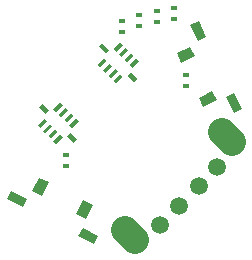
<source format=gbs>
G04 (created by PCBNEW (2013-jul-07)-stable) date Wed 30 Dec 2015 07:31:02 PM CST*
%MOIN*%
G04 Gerber Fmt 3.4, Leading zero omitted, Abs format*
%FSLAX34Y34*%
G01*
G70*
G90*
G04 APERTURE LIST*
%ADD10C,0.00590551*%
%ADD11R,0.0236X0.0157*%
%ADD12C,0.0590551*%
%ADD13C,0.0944882*%
G04 APERTURE END LIST*
G54D10*
G54D11*
X72047Y-13326D03*
X72047Y-12972D03*
X68051Y-15984D03*
X68051Y-15630D03*
G54D10*
G36*
X71745Y-12236D02*
X72192Y-12013D01*
X72350Y-12330D01*
X71903Y-12553D01*
X71745Y-12236D01*
X71745Y-12236D01*
G37*
G36*
X72483Y-13716D02*
X72930Y-13493D01*
X73088Y-13810D01*
X72641Y-14033D01*
X72483Y-13716D01*
X72483Y-13716D01*
G37*
G36*
X73393Y-13702D02*
X73675Y-13561D01*
X73938Y-14090D01*
X73656Y-14230D01*
X73393Y-13702D01*
X73393Y-13702D01*
G37*
G36*
X72198Y-11306D02*
X72480Y-11165D01*
X72744Y-11694D01*
X72462Y-11834D01*
X72198Y-11306D01*
X72198Y-11306D01*
G37*
G36*
X68955Y-17307D02*
X68724Y-17750D01*
X68410Y-17587D01*
X68641Y-17143D01*
X68955Y-17307D01*
X68955Y-17307D01*
G37*
G36*
X67489Y-16543D02*
X67258Y-16987D01*
X66943Y-16823D01*
X67174Y-16380D01*
X67489Y-16543D01*
X67489Y-16543D01*
G37*
G36*
X66760Y-17089D02*
X66615Y-17369D01*
X66091Y-17096D01*
X66236Y-16817D01*
X66760Y-17089D01*
X66760Y-17089D01*
G37*
G36*
X69135Y-18326D02*
X68990Y-18605D01*
X68466Y-18332D01*
X68611Y-18053D01*
X69135Y-18326D01*
X69135Y-18326D01*
G37*
G36*
X67995Y-14460D02*
X68217Y-14237D01*
X68301Y-14321D01*
X68078Y-14543D01*
X67995Y-14460D01*
X67995Y-14460D01*
G37*
G36*
X67818Y-14283D02*
X68040Y-14060D01*
X68124Y-14144D01*
X67901Y-14367D01*
X67818Y-14283D01*
X67818Y-14283D01*
G37*
G36*
X68171Y-14637D02*
X68394Y-14414D01*
X68478Y-14498D01*
X68255Y-14720D01*
X68171Y-14637D01*
X68171Y-14637D01*
G37*
G36*
X67641Y-14106D02*
X67864Y-13884D01*
X67947Y-13967D01*
X67724Y-14190D01*
X67641Y-14106D01*
X67641Y-14106D01*
G37*
G36*
X67466Y-14989D02*
X67688Y-14766D01*
X67772Y-14850D01*
X67549Y-15072D01*
X67466Y-14989D01*
X67466Y-14989D01*
G37*
G36*
X67289Y-14812D02*
X67512Y-14589D01*
X67595Y-14673D01*
X67372Y-14896D01*
X67289Y-14812D01*
X67289Y-14812D01*
G37*
G36*
X67642Y-15166D02*
X67865Y-14943D01*
X67949Y-15026D01*
X67726Y-15249D01*
X67642Y-15166D01*
X67642Y-15166D01*
G37*
G36*
X67112Y-14635D02*
X67335Y-14413D01*
X67418Y-14496D01*
X67196Y-14719D01*
X67112Y-14635D01*
X67112Y-14635D01*
G37*
G36*
X67148Y-14031D02*
X67259Y-13919D01*
X67482Y-14142D01*
X67370Y-14253D01*
X67148Y-14031D01*
X67148Y-14031D01*
G37*
G36*
X68108Y-14991D02*
X68219Y-14880D01*
X68442Y-15102D01*
X68331Y-15214D01*
X68108Y-14991D01*
X68108Y-14991D01*
G37*
G36*
X70002Y-12452D02*
X70225Y-12229D01*
X70309Y-12313D01*
X70086Y-12536D01*
X70002Y-12452D01*
X70002Y-12452D01*
G37*
G36*
X69826Y-12275D02*
X70048Y-12053D01*
X70132Y-12136D01*
X69909Y-12359D01*
X69826Y-12275D01*
X69826Y-12275D01*
G37*
G36*
X70179Y-12629D02*
X70402Y-12406D01*
X70485Y-12490D01*
X70263Y-12712D01*
X70179Y-12629D01*
X70179Y-12629D01*
G37*
G36*
X69649Y-12099D02*
X69872Y-11876D01*
X69955Y-11959D01*
X69732Y-12182D01*
X69649Y-12099D01*
X69649Y-12099D01*
G37*
G36*
X69473Y-12981D02*
X69696Y-12758D01*
X69780Y-12842D01*
X69557Y-13065D01*
X69473Y-12981D01*
X69473Y-12981D01*
G37*
G36*
X69297Y-12804D02*
X69519Y-12582D01*
X69603Y-12665D01*
X69380Y-12888D01*
X69297Y-12804D01*
X69297Y-12804D01*
G37*
G36*
X69650Y-13158D02*
X69873Y-12935D01*
X69956Y-13019D01*
X69734Y-13241D01*
X69650Y-13158D01*
X69650Y-13158D01*
G37*
G36*
X69120Y-12627D02*
X69343Y-12405D01*
X69426Y-12488D01*
X69203Y-12711D01*
X69120Y-12627D01*
X69120Y-12627D01*
G37*
G36*
X69155Y-12023D02*
X69267Y-11911D01*
X69489Y-12134D01*
X69378Y-12245D01*
X69155Y-12023D01*
X69155Y-12023D01*
G37*
G36*
X70116Y-12983D02*
X70227Y-12872D01*
X70450Y-13094D01*
X70339Y-13206D01*
X70116Y-12983D01*
X70116Y-12983D01*
G37*
G54D11*
X71653Y-10728D03*
X71653Y-11082D03*
X71082Y-10826D03*
X71082Y-11180D03*
X70492Y-10964D03*
X70492Y-11318D03*
X69921Y-11161D03*
X69921Y-11515D03*
G54D12*
X71181Y-17952D03*
X73110Y-16023D03*
X71811Y-17322D03*
X72480Y-16653D03*
G54D13*
X70015Y-18115D02*
X70349Y-18449D01*
X73272Y-14857D02*
X73606Y-15192D01*
M02*

</source>
